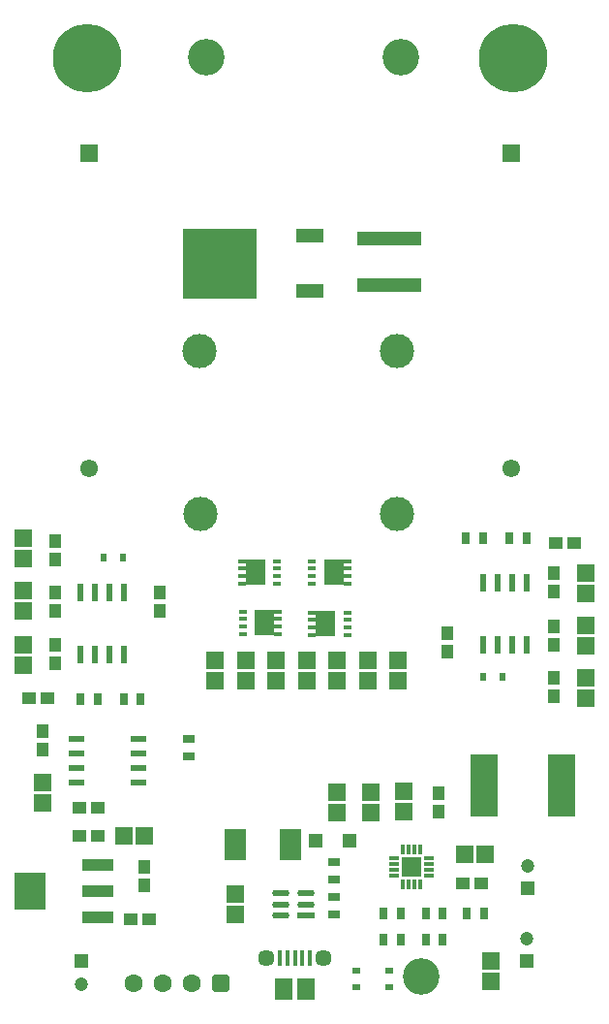
<source format=gbr>
G04*
G04 #@! TF.GenerationSoftware,Altium Limited,Altium Designer,24.6.1 (21)*
G04*
G04 Layer_Color=255*
%FSLAX25Y25*%
%MOIN*%
G70*
G04*
G04 #@! TF.SameCoordinates,3E969972-8C0A-4DBC-9D31-E8772DB7AAD8*
G04*
G04*
G04 #@! TF.FilePolarity,Positive*
G04*
G01*
G75*
%ADD17R,0.04921X0.04803*%
%ADD18R,0.06614X0.06614*%
%ADD19R,0.01181X0.03543*%
%ADD20R,0.03543X0.01181*%
%ADD21R,0.07500X0.10984*%
%ADD22R,0.04758X0.03985*%
%ADD23R,0.03985X0.04758*%
%ADD24R,0.05906X0.06102*%
%ADD25R,0.01575X0.05315*%
%ADD26R,0.05906X0.07480*%
G04:AMPARAMS|DCode=27|XSize=59.26mil|YSize=22.43mil|CornerRadius=11.22mil|HoleSize=0mil|Usage=FLASHONLY|Rotation=180.000|XOffset=0mil|YOffset=0mil|HoleType=Round|Shape=RoundedRectangle|*
%AMROUNDEDRECTD27*
21,1,0.05926,0.00000,0,0,180.0*
21,1,0.03683,0.02243,0,0,180.0*
1,1,0.02243,-0.01841,0.00000*
1,1,0.02243,0.01841,0.00000*
1,1,0.02243,0.01841,0.00000*
1,1,0.02243,-0.01841,0.00000*
%
%ADD27ROUNDEDRECTD27*%
%ADD28R,0.05926X0.02243*%
%ADD29R,0.06102X0.05906*%
%ADD30R,0.10630X0.12992*%
%ADD31R,0.10630X0.03937*%
%ADD32R,0.03937X0.03150*%
%ADD33R,0.05750X0.02200*%
%ADD34R,0.03150X0.02362*%
%ADD35R,0.22047X0.05118*%
%ADD36R,0.03150X0.03937*%
%ADD37R,0.02362X0.03150*%
%ADD38R,0.09449X0.05118*%
%ADD39R,0.25591X0.24410*%
%ADD40R,0.02200X0.05900*%
%ADD41R,0.03150X0.01339*%
%ADD42R,0.02559X0.01339*%
%ADD43R,0.06732X0.09016*%
%ADD44R,0.09300X0.21200*%
%ADD45C,0.05709*%
%ADD46R,0.04724X0.04724*%
%ADD47C,0.04724*%
%ADD48C,0.06299*%
G04:AMPARAMS|DCode=49|XSize=62.99mil|YSize=62.99mil|CornerRadius=15.75mil|HoleSize=0mil|Usage=FLASHONLY|Rotation=180.000|XOffset=0mil|YOffset=0mil|HoleType=Round|Shape=RoundedRectangle|*
%AMROUNDEDRECTD49*
21,1,0.06299,0.03150,0,0,180.0*
21,1,0.03150,0.06299,0,0,180.0*
1,1,0.03150,-0.01575,0.01575*
1,1,0.03150,0.01575,0.01575*
1,1,0.03150,0.01575,-0.01575*
1,1,0.03150,-0.01575,-0.01575*
%
%ADD49ROUNDEDRECTD49*%
%ADD50C,0.12598*%
%ADD51C,0.23622*%
%ADD52R,0.06102X0.06102*%
%ADD53C,0.06102*%
%ADD54C,0.11811*%
D17*
X358554Y245361D02*
D03*
X370168D02*
D03*
D18*
X391595Y236362D02*
D03*
D19*
X388642Y242268D02*
D03*
X390610D02*
D03*
X392579D02*
D03*
X394547D02*
D03*
Y230457D02*
D03*
X392579D02*
D03*
X390610D02*
D03*
X388642D02*
D03*
D20*
X397500Y239315D02*
D03*
Y237347D02*
D03*
Y235378D02*
D03*
Y233410D02*
D03*
X385689D02*
D03*
Y235378D02*
D03*
Y237347D02*
D03*
Y239315D02*
D03*
D21*
X330902Y244000D02*
D03*
X350000D02*
D03*
D22*
X301157Y218500D02*
D03*
X294843D02*
D03*
X277343Y256846D02*
D03*
X283657D02*
D03*
X277343Y247000D02*
D03*
X283657D02*
D03*
X266157Y294346D02*
D03*
X259843D02*
D03*
X441343Y347847D02*
D03*
X447657D02*
D03*
X409343Y230847D02*
D03*
X415657D02*
D03*
D23*
X299500Y230000D02*
D03*
Y236314D02*
D03*
X264500Y276690D02*
D03*
Y283003D02*
D03*
X401000Y255533D02*
D03*
Y261846D02*
D03*
X305000Y330678D02*
D03*
Y324364D02*
D03*
X404000Y310532D02*
D03*
Y316846D02*
D03*
X269000Y342190D02*
D03*
Y348503D02*
D03*
Y330678D02*
D03*
Y324364D02*
D03*
Y306364D02*
D03*
Y312678D02*
D03*
X440755Y337291D02*
D03*
Y330978D02*
D03*
Y301478D02*
D03*
Y295164D02*
D03*
Y312821D02*
D03*
Y319134D02*
D03*
D24*
X292457Y247000D02*
D03*
X299543D02*
D03*
X409957Y240846D02*
D03*
X417043D02*
D03*
D25*
X346382Y205161D02*
D03*
X348941D02*
D03*
X351500D02*
D03*
X354059D02*
D03*
X356618D02*
D03*
D26*
X347563Y194532D02*
D03*
X355437Y194532D02*
D03*
D27*
X346671Y219760D02*
D03*
Y223500D02*
D03*
Y227240D02*
D03*
X355336Y227240D02*
D03*
Y223500D02*
D03*
D28*
Y219760D02*
D03*
D29*
X330951Y227043D02*
D03*
Y219957D02*
D03*
X366000Y254957D02*
D03*
Y262043D02*
D03*
X419000Y196957D02*
D03*
Y204043D02*
D03*
X334500Y307390D02*
D03*
Y300303D02*
D03*
X355500Y307390D02*
D03*
Y300303D02*
D03*
X345000Y307390D02*
D03*
Y300303D02*
D03*
X324000Y307390D02*
D03*
Y300303D02*
D03*
X387000Y307390D02*
D03*
Y300303D02*
D03*
X376500Y307390D02*
D03*
Y300303D02*
D03*
X366000Y307390D02*
D03*
Y300303D02*
D03*
X264500Y265390D02*
D03*
Y258303D02*
D03*
X389000Y262433D02*
D03*
Y255346D02*
D03*
X258000Y349390D02*
D03*
Y342303D02*
D03*
X258000Y324303D02*
D03*
Y331390D02*
D03*
Y312890D02*
D03*
Y305803D02*
D03*
X451500Y330260D02*
D03*
Y337347D02*
D03*
X377500Y262043D02*
D03*
Y254957D02*
D03*
X451500Y301390D02*
D03*
Y294303D02*
D03*
Y312303D02*
D03*
Y319390D02*
D03*
D30*
X260386Y228000D02*
D03*
D31*
X283614Y237055D02*
D03*
Y228000D02*
D03*
Y218945D02*
D03*
D32*
X364951Y220047D02*
D03*
Y225953D02*
D03*
X365000Y232095D02*
D03*
Y238000D02*
D03*
X315000Y280299D02*
D03*
Y274394D02*
D03*
D33*
X297725Y280346D02*
D03*
Y275346D02*
D03*
Y270346D02*
D03*
Y265347D02*
D03*
X276275D02*
D03*
X276275Y270346D02*
D03*
X276275Y275346D02*
D03*
Y280346D02*
D03*
D34*
X384000Y195146D02*
D03*
Y200854D02*
D03*
X372500Y200854D02*
D03*
Y195146D02*
D03*
D35*
X384000Y436346D02*
D03*
Y452347D02*
D03*
D36*
X387953Y211347D02*
D03*
X382047D02*
D03*
X402453D02*
D03*
X396547D02*
D03*
Y220346D02*
D03*
X402453D02*
D03*
X410595D02*
D03*
X416500D02*
D03*
X382047D02*
D03*
X387953D02*
D03*
X283500Y294178D02*
D03*
X277594D02*
D03*
X425302Y349478D02*
D03*
X431208D02*
D03*
X416208D02*
D03*
X410302D02*
D03*
X292547Y294178D02*
D03*
X298453D02*
D03*
D37*
X416153Y301847D02*
D03*
X422847D02*
D03*
X292347Y342846D02*
D03*
X285653D02*
D03*
D38*
X356759Y434437D02*
D03*
Y453256D02*
D03*
D39*
X325460Y443847D02*
D03*
D40*
X416255Y312827D02*
D03*
X421255D02*
D03*
X426255D02*
D03*
X431255D02*
D03*
Y334127D02*
D03*
X426255D02*
D03*
X421255D02*
D03*
X416255D02*
D03*
X292500Y330828D02*
D03*
X287500Y330828D02*
D03*
X282500D02*
D03*
X277500Y330828D02*
D03*
Y309528D02*
D03*
X282500Y309528D02*
D03*
X287500D02*
D03*
X292500Y309528D02*
D03*
D41*
X369500Y323847D02*
D03*
Y321287D02*
D03*
Y318728D02*
D03*
Y316169D02*
D03*
X333539Y316508D02*
D03*
Y319067D02*
D03*
Y321626D02*
D03*
Y324185D02*
D03*
X345312Y341520D02*
D03*
Y338961D02*
D03*
Y336402D02*
D03*
Y333843D02*
D03*
X357446D02*
D03*
Y336402D02*
D03*
Y338961D02*
D03*
Y341520D02*
D03*
D42*
X357394Y316169D02*
D03*
Y318728D02*
D03*
Y321287D02*
D03*
Y323847D02*
D03*
X345646Y324185D02*
D03*
Y321626D02*
D03*
Y319067D02*
D03*
Y316508D02*
D03*
X333206Y333843D02*
D03*
Y336402D02*
D03*
Y338961D02*
D03*
Y341520D02*
D03*
X369552D02*
D03*
Y338961D02*
D03*
Y336402D02*
D03*
Y333843D02*
D03*
D43*
X362039Y320008D02*
D03*
X341000Y320346D02*
D03*
X337852Y337682D02*
D03*
X364907D02*
D03*
D44*
X443450Y264347D02*
D03*
X416550D02*
D03*
D45*
X361343Y205161D02*
D03*
X341657Y205161D02*
D03*
D46*
X278000Y204000D02*
D03*
X431354Y203909D02*
D03*
X431500Y228972D02*
D03*
D47*
X278000Y196126D02*
D03*
X431354Y211784D02*
D03*
X431500Y236846D02*
D03*
D48*
X316000Y196346D02*
D03*
X306000D02*
D03*
X296000D02*
D03*
D49*
X326000D02*
D03*
D50*
X395000Y198846D02*
D03*
X388000Y514847D02*
D03*
X321000D02*
D03*
D51*
X426500Y514347D02*
D03*
X280000D02*
D03*
D52*
X426011Y481812D02*
D03*
X280711Y481812D02*
D03*
D53*
X426011Y373544D02*
D03*
X280711Y373544D02*
D03*
D54*
X386500Y357846D02*
D03*
X319000D02*
D03*
X386500Y413846D02*
D03*
X318500D02*
D03*
M02*

</source>
